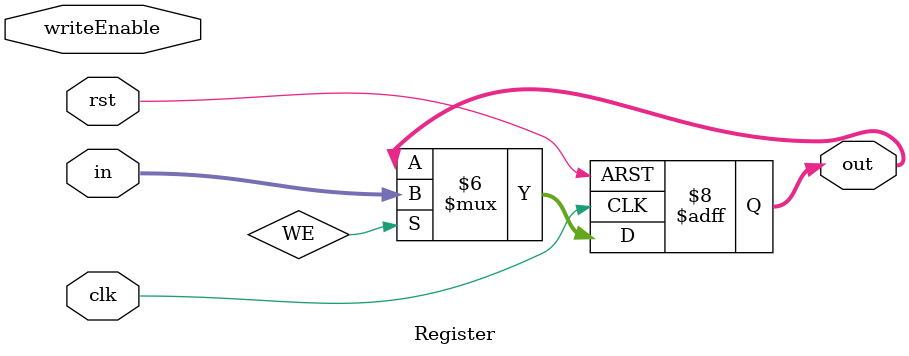
<source format=v>
`timescale 1ns / 1ps

module RegFile(
	input clk,
	input rst,
	input[4:0] regA, regB, regW,
	input[31:0] writeData,
	input WE,
	output[31:0] aData,
	output[31:0] bData
);

	reg[31:0] RegArray[31:1];

	assign aData = (regA ==0) ? 32'h0000_0000 : RegArray[regA];
	assign bData = (regB ==0) ? 32'h0000_0000 : RegArray[regB];

	integer i;
	always @(posedge clk or posedge rst)
	begin
		if(rst)
		begin
			for (i = 1; i < 32; i = i +1)
			begin
				RegArray[i] <= 0;
			end
		end
		else
		begin
			if(regW != 0)
				RegArray[regW] <= (WE) ? writeData : RegArray[regW];
		end
	end

	initial
	begin
		for(i = 1; i < 32; i = i + 1)
		begin
			RegArray[i] <= 0;
		end
	end

endmodule


// single 32 bits reg
module Register(
	input clk,
	input rst,
	input writeEnable,
	input[31:0] in,
	output reg[31:0] out
);

    initial
		out = 0;

    always @(posedge clk or posedge rst)
	begin
        if(rst)
			out <= 0;
        else
		begin
            if(WE) out <= in;
            else out <= out;
        end
    end
endmodule


</source>
